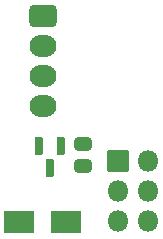
<source format=gts>
%TF.GenerationSoftware,KiCad,Pcbnew,(6.0.2)*%
%TF.CreationDate,2022-03-17T11:38:07-04:00*%
%TF.ProjectId,ArduinoConnector,41726475-696e-46f4-936f-6e6e6563746f,v1*%
%TF.SameCoordinates,Original*%
%TF.FileFunction,Soldermask,Top*%
%TF.FilePolarity,Negative*%
%FSLAX46Y46*%
G04 Gerber Fmt 4.6, Leading zero omitted, Abs format (unit mm)*
G04 Created by KiCad (PCBNEW (6.0.2)) date 2022-03-17 11:38:07*
%MOMM*%
%LPD*%
G01*
G04 APERTURE LIST*
G04 Aperture macros list*
%AMRoundRect*
0 Rectangle with rounded corners*
0 $1 Rounding radius*
0 $2 $3 $4 $5 $6 $7 $8 $9 X,Y pos of 4 corners*
0 Add a 4 corners polygon primitive as box body*
4,1,4,$2,$3,$4,$5,$6,$7,$8,$9,$2,$3,0*
0 Add four circle primitives for the rounded corners*
1,1,$1+$1,$2,$3*
1,1,$1+$1,$4,$5*
1,1,$1+$1,$6,$7*
1,1,$1+$1,$8,$9*
0 Add four rect primitives between the rounded corners*
20,1,$1+$1,$2,$3,$4,$5,0*
20,1,$1+$1,$4,$5,$6,$7,0*
20,1,$1+$1,$6,$7,$8,$9,0*
20,1,$1+$1,$8,$9,$2,$3,0*%
G04 Aperture macros list end*
%ADD10RoundRect,0.050800X-0.850000X-0.850000X0.850000X-0.850000X0.850000X0.850000X-0.850000X0.850000X0*%
%ADD11O,1.801600X1.801600*%
%ADD12RoundRect,0.200800X-0.150000X0.587500X-0.150000X-0.587500X0.150000X-0.587500X0.150000X0.587500X0*%
%ADD13RoundRect,0.300800X-0.450000X0.262500X-0.450000X-0.262500X0.450000X-0.262500X0.450000X0.262500X0*%
%ADD14RoundRect,0.050800X1.250000X0.900000X-1.250000X0.900000X-1.250000X-0.900000X1.250000X-0.900000X0*%
%ADD15RoundRect,0.300800X-0.845000X0.620000X-0.845000X-0.620000X0.845000X-0.620000X0.845000X0.620000X0*%
%ADD16O,2.291600X1.841600*%
G04 APERTURE END LIST*
D10*
%TO.C,J1*%
X119380000Y-91440000D03*
D11*
X121920000Y-91440000D03*
X119380000Y-93980000D03*
X121920000Y-93980000D03*
X119380000Y-96520000D03*
X121920000Y-96520000D03*
%TD*%
D12*
%TO.C,Q1*%
X114550000Y-90162500D03*
X112650000Y-90162500D03*
X113600000Y-92037500D03*
%TD*%
D13*
%TO.C,R1*%
X116400000Y-89987500D03*
X116400000Y-91812500D03*
%TD*%
D14*
%TO.C,D1*%
X115000000Y-96600000D03*
X111000000Y-96600000D03*
%TD*%
D15*
%TO.C,J2*%
X112980000Y-79190000D03*
D16*
X112980000Y-81730000D03*
X112980000Y-84270000D03*
X112980000Y-86810000D03*
%TD*%
M02*

</source>
